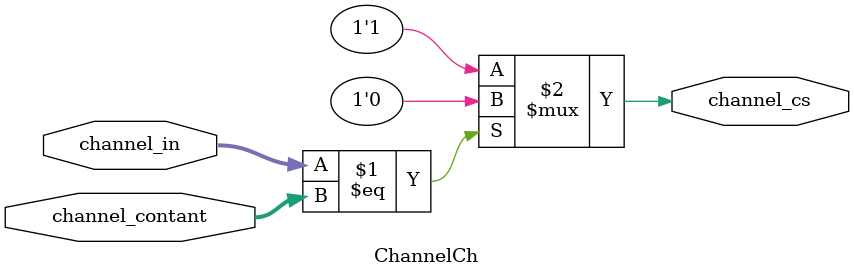
<source format=v>
module ChannelCh(
					input [7 : 0] channel_contant,
					input [7 : 0] channel_in,
					
					output channel_cs					
					
					);
					
	assign channel_cs = channel_in== (channel_contant) ? 1'b0 : 1'b1;
	
endmodule 
</source>
